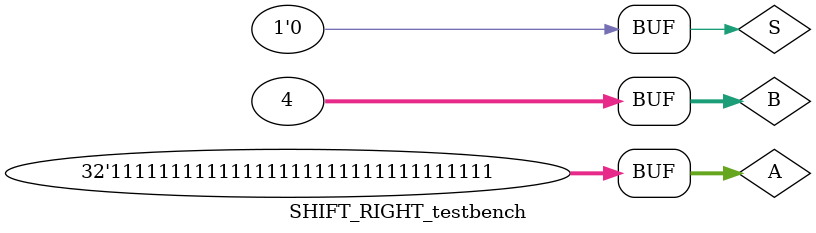
<source format=v>
`define DELAY 20
module SHIFT_RIGHT_testbench(); 

reg [31:0]  A;  
reg [31:0]  B;
wire [31:0] R;
reg S;

	
SHIFT_RIGHT shritb(R,A,B,S);

initial begin
A= 32'hffffffff;
B = 32'h00000001;
S = 1'b1;

#`DELAY;

A= 32'hffffffff;
B = 32'h00000004;
S = 1'b0;

#`DELAY;



end
 
initial
begin
$monitor("A =%32b, B=%32b, R=%32b", A, B, R);
end
 
endmodule
</source>
